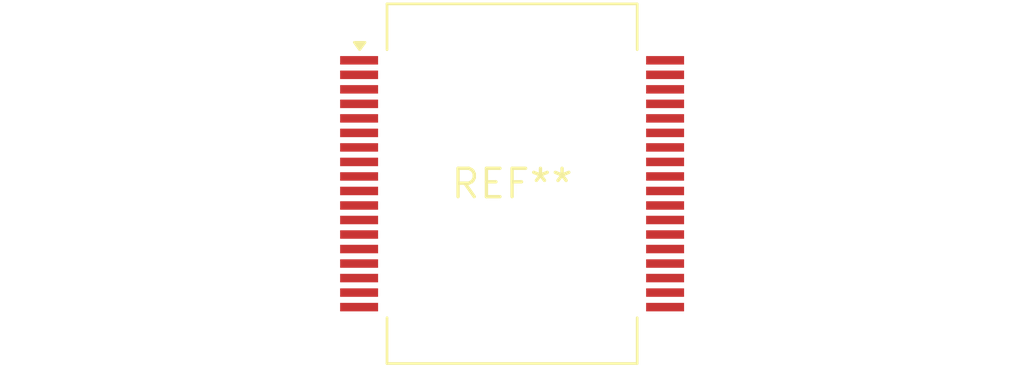
<source format=kicad_pcb>
(kicad_pcb (version 20240108) (generator pcbnew)
  (layers (0 "F.Cu" signal) (31 "B.Cu" signal) (34 "B.Paste" user) (35 "F.Paste" user) (36 "B.SilkS" user "B.Silkscreen") (37 "F.SilkS" user "F.Silkscreen") (38 "B.Mask" user) (39 "F.Mask" user) (44 "Edge.Cuts" user))
  (net 0 "")
  (footprint "HSOP-36-1EP_11.0x15.9mm_P0.65mm_SlugUp" (layer "F.Cu") (at 0 0)
    (property "Reference" "REF**")
    (property "Value" "HSOP-36-1EP_11.0x15.9mm_P0.65mm_SlugUp")
    (fp_line (start -5.6 -8.05) (end -5.6 -6) (layer "F.SilkS") (stroke (width 0.12)))
    (fp_line (start -5.6 8.05) (end -5.6 6) (layer "F.SilkS") (stroke (width 0.12)))
    (fp_line (start 5.6 -8.05) (end -5.6 -8.05) (layer "F.SilkS") (stroke (width 0.12)))
    (fp_line (start 5.6 -8.05) (end 5.6 -6) (layer "F.SilkS") (stroke (width 0.12)))
    (fp_line (start 5.6 8.05) (end -5.6 8.05) (layer "F.SilkS") (stroke (width 0.12)))
    (fp_line (start 5.6 8.05) (end 5.6 6) (layer "F.SilkS") (stroke (width 0.12)))
    (fp_poly (pts (xy -6.825 -6) (xy -7.065 -6.33) (xy -6.585 -6.33) (xy -6.825 -6)) (layer "F.SilkS") (stroke (width 0.12)) (fill solid))
    (pad "1" smd rect (at -6.85 -5.525) (size 1.7 0.38) (layers "F.Cu" "F.Paste" "F.Mask"))
    (pad "2" smd rect (at -6.85 -4.875) (size 1.7 0.38) (layers "F.Cu" "F.Paste" "F.Mask"))
    (pad "3" smd rect (at -6.85 -4.225) (size 1.7 0.38) (layers "F.Cu" "F.Paste" "F.Mask"))
    (pad "4" smd rect (at -6.85 -3.575) (size 1.7 0.38) (layers "F.Cu" "F.Paste" "F.Mask"))
    (pad "5" smd rect (at -6.85 -2.925) (size 1.7 0.38) (layers "F.Cu" "F.Paste" "F.Mask"))
    (pad "6" smd rect (at -6.85 -2.275) (size 1.7 0.38) (layers "F.Cu" "F.Paste" "F.Mask"))
    (pad "7" smd rect (at -6.85 -1.625) (size 1.7 0.38) (layers "F.Cu" "F.Paste" "F.Mask"))
    (pad "8" smd rect (at -6.85 -0.975) (size 1.7 0.38) (layers "F.Cu" "F.Paste" "F.Mask"))
    (pad "9" smd rect (at -6.85 -0.325) (size 1.7 0.38) (layers "F.Cu" "F.Paste" "F.Mask"))
    (pad "10" smd rect (at -6.85 0.325) (size 1.7 0.38) (layers "F.Cu" "F.Paste" "F.Mask"))
    (pad "11" smd rect (at -6.85 0.975) (size 1.7 0.38) (layers "F.Cu" "F.Paste" "F.Mask"))
    (pad "12" smd rect (at -6.85 1.625) (size 1.7 0.38) (layers "F.Cu" "F.Paste" "F.Mask"))
    (pad "13" smd rect (at -6.85 2.275) (size 1.7 0.38) (layers "F.Cu" "F.Paste" "F.Mask"))
    (pad "14" smd rect (at -6.85 2.925) (size 1.7 0.38) (layers "F.Cu" "F.Paste" "F.Mask"))
    (pad "15" smd rect (at -6.85 3.575) (size 1.7 0.38) (layers "F.Cu" "F.Paste" "F.Mask"))
    (pad "16" smd rect (at -6.85 4.225) (size 1.7 0.38) (layers "F.Cu" "F.Paste" "F.Mask"))
    (pad "17" smd rect (at -6.85 4.875) (size 1.7 0.38) (layers "F.Cu" "F.Paste" "F.Mask"))
    (pad "18" smd rect (at -6.85 5.525) (size 1.7 0.38) (layers "F.Cu" "F.Paste" "F.Mask"))
    (pad "19" smd rect (at 6.85 5.525) (size 1.7 0.38) (layers "F.Cu" "F.Paste" "F.Mask"))
    (pad "20" smd rect (at 6.85 4.875) (size 1.7 0.38) (layers "F.Cu" "F.Paste" "F.Mask"))
    (pad "21" smd rect (at 6.85 4.225) (size 1.7 0.38) (layers "F.Cu" "F.Paste" "F.Mask"))
    (pad "22" smd rect (at 6.85 3.575) (size 1.7 0.38) (layers "F.Cu" "F.Paste" "F.Mask"))
    (pad "23" smd rect (at 6.85 2.925) (size 1.7 0.38) (layers "F.Cu" "F.Paste" "F.Mask"))
    (pad "24" smd rect (at 6.85 2.275) (size 1.7 0.38) (layers "F.Cu" "F.Paste" "F.Mask"))
    (pad "25" smd rect (at 6.85 1.625) (size 1.7 0.38) (layers "F.Cu" "F.Paste" "F.Mask"))
    (pad "26" smd rect (at 6.85 0.975) (size 1.7 0.38) (layers "F.Cu" "F.Paste" "F.Mask"))
    (pad "27" smd rect (at 6.85 0.325) (size 1.7 0.38) (layers "F.Cu" "F.Paste" "F.Mask"))
    (pad "28" smd rect (at 6.85 -0.325) (size 1.7 0.38) (layers "F.Cu" "F.Paste" "F.Mask"))
    (pad "29" smd rect (at 6.85 -0.975) (size 1.7 0.38) (layers "F.Cu" "F.Paste" "F.Mask"))
    (pad "30" smd rect (at 6.85 -1.625) (size 1.7 0.38) (layers "F.Cu" "F.Paste" "F.Mask"))
    (pad "31" smd rect (at 6.85 -2.275) (size 1.7 0.38) (layers "F.Cu" "F.Paste" "F.Mask"))
    (pad "32" smd rect (at 6.85 -2.925) (size 1.7 0.38) (layers "F.Cu" "F.Paste" "F.Mask"))
    (pad "33" smd rect (at 6.85 -3.575) (size 1.7 0.38) (layers "F.Cu" "F.Paste" "F.Mask"))
    (pad "34" smd rect (at 6.85 -4.225) (size 1.7 0.38) (layers "F.Cu" "F.Paste" "F.Mask"))
    (pad "35" smd rect (at 6.85 -4.875) (size 1.7 0.38) (layers "F.Cu" "F.Paste" "F.Mask"))
    (pad "36" smd rect (at 6.85 -5.525) (size 1.7 0.38) (layers "F.Cu" "F.Paste" "F.Mask"))
  )
)
</source>
